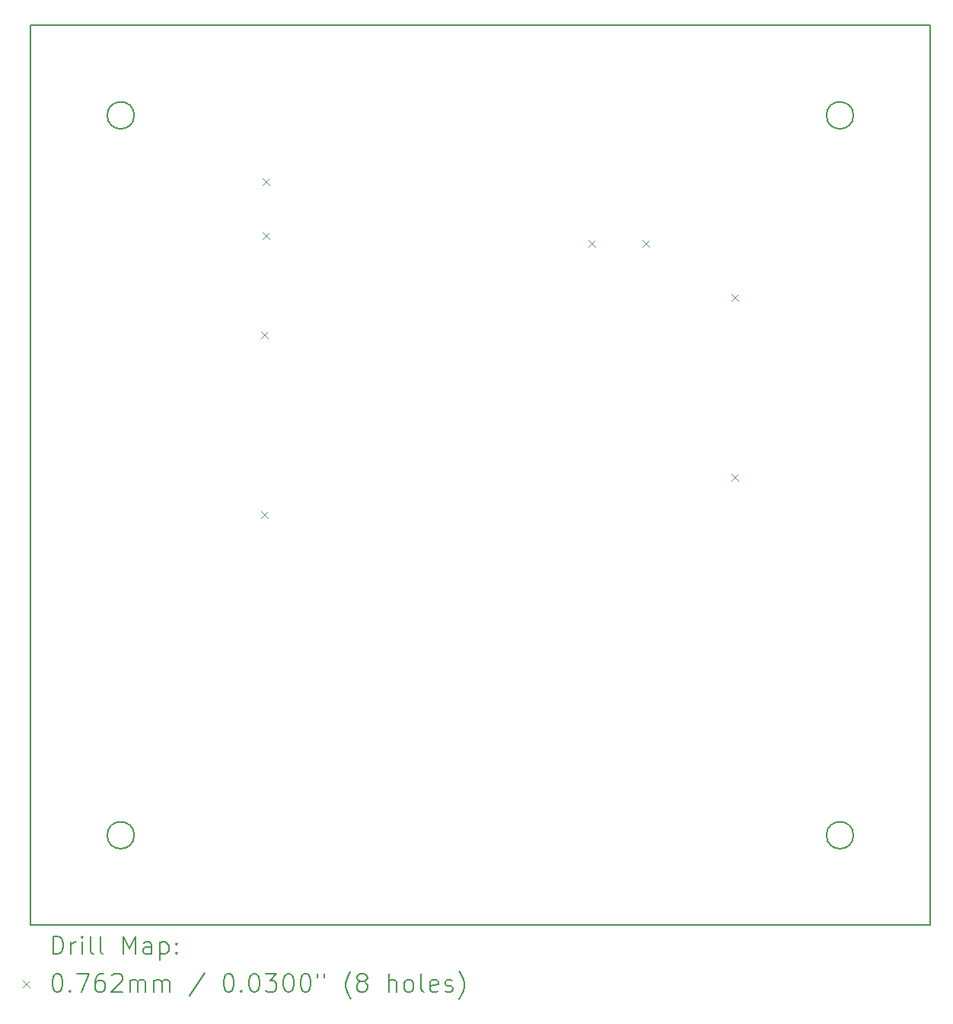
<source format=gbr>
%TF.GenerationSoftware,KiCad,Pcbnew,(6.0.7)*%
%TF.CreationDate,2022-09-05T15:15:51+08:00*%
%TF.ProjectId,6_7_2,365f375f-322e-46b6-9963-61645f706362,rev?*%
%TF.SameCoordinates,Original*%
%TF.FileFunction,Drillmap*%
%TF.FilePolarity,Positive*%
%FSLAX45Y45*%
G04 Gerber Fmt 4.5, Leading zero omitted, Abs format (unit mm)*
G04 Created by KiCad (PCBNEW (6.0.7)) date 2022-09-05 15:15:51*
%MOMM*%
%LPD*%
G01*
G04 APERTURE LIST*
%ADD10C,0.200000*%
%ADD11C,0.076200*%
G04 APERTURE END LIST*
D10*
X2350000Y-10200000D02*
G75*
G03*
X2350000Y-10200000I-150000J0D01*
G01*
X10350000Y-10200000D02*
G75*
G03*
X10350000Y-10200000I-150000J0D01*
G01*
X10350000Y-2200000D02*
G75*
G03*
X10350000Y-2200000I-150000J0D01*
G01*
X2350000Y-2200000D02*
G75*
G03*
X2350000Y-2200000I-150000J0D01*
G01*
X1200000Y-1200000D02*
X11200000Y-1200000D01*
X11200000Y-1200000D02*
X11200000Y-11200000D01*
X11200000Y-11200000D02*
X1200000Y-11200000D01*
X1200000Y-11200000D02*
X1200000Y-1200000D01*
D11*
X3760610Y-4598440D02*
X3836810Y-4674640D01*
X3836810Y-4598440D02*
X3760610Y-4674640D01*
X3760610Y-6598440D02*
X3836810Y-6674640D01*
X3836810Y-6598440D02*
X3760610Y-6674640D01*
X3778390Y-2903220D02*
X3854590Y-2979420D01*
X3854590Y-2903220D02*
X3778390Y-2979420D01*
X3778390Y-3503220D02*
X3854590Y-3579420D01*
X3854590Y-3503220D02*
X3778390Y-3579420D01*
X7405230Y-3581680D02*
X7481430Y-3657880D01*
X7481430Y-3581680D02*
X7405230Y-3657880D01*
X8005230Y-3581680D02*
X8081430Y-3657880D01*
X8081430Y-3581680D02*
X8005230Y-3657880D01*
X8998090Y-4184420D02*
X9074290Y-4260620D01*
X9074290Y-4184420D02*
X8998090Y-4260620D01*
X8998090Y-6184420D02*
X9074290Y-6260620D01*
X9074290Y-6184420D02*
X8998090Y-6260620D01*
D10*
X1447619Y-11520476D02*
X1447619Y-11320476D01*
X1495238Y-11320476D01*
X1523809Y-11330000D01*
X1542857Y-11349048D01*
X1552381Y-11368095D01*
X1561905Y-11406190D01*
X1561905Y-11434762D01*
X1552381Y-11472857D01*
X1542857Y-11491905D01*
X1523809Y-11510952D01*
X1495238Y-11520476D01*
X1447619Y-11520476D01*
X1647619Y-11520476D02*
X1647619Y-11387143D01*
X1647619Y-11425238D02*
X1657143Y-11406190D01*
X1666667Y-11396667D01*
X1685714Y-11387143D01*
X1704762Y-11387143D01*
X1771428Y-11520476D02*
X1771428Y-11387143D01*
X1771428Y-11320476D02*
X1761905Y-11330000D01*
X1771428Y-11339524D01*
X1780952Y-11330000D01*
X1771428Y-11320476D01*
X1771428Y-11339524D01*
X1895238Y-11520476D02*
X1876190Y-11510952D01*
X1866667Y-11491905D01*
X1866667Y-11320476D01*
X2000000Y-11520476D02*
X1980952Y-11510952D01*
X1971428Y-11491905D01*
X1971428Y-11320476D01*
X2228571Y-11520476D02*
X2228571Y-11320476D01*
X2295238Y-11463333D01*
X2361905Y-11320476D01*
X2361905Y-11520476D01*
X2542857Y-11520476D02*
X2542857Y-11415714D01*
X2533333Y-11396667D01*
X2514286Y-11387143D01*
X2476190Y-11387143D01*
X2457143Y-11396667D01*
X2542857Y-11510952D02*
X2523810Y-11520476D01*
X2476190Y-11520476D01*
X2457143Y-11510952D01*
X2447619Y-11491905D01*
X2447619Y-11472857D01*
X2457143Y-11453809D01*
X2476190Y-11444286D01*
X2523810Y-11444286D01*
X2542857Y-11434762D01*
X2638095Y-11387143D02*
X2638095Y-11587143D01*
X2638095Y-11396667D02*
X2657143Y-11387143D01*
X2695238Y-11387143D01*
X2714286Y-11396667D01*
X2723810Y-11406190D01*
X2733333Y-11425238D01*
X2733333Y-11482381D01*
X2723810Y-11501428D01*
X2714286Y-11510952D01*
X2695238Y-11520476D01*
X2657143Y-11520476D01*
X2638095Y-11510952D01*
X2819048Y-11501428D02*
X2828571Y-11510952D01*
X2819048Y-11520476D01*
X2809524Y-11510952D01*
X2819048Y-11501428D01*
X2819048Y-11520476D01*
X2819048Y-11396667D02*
X2828571Y-11406190D01*
X2819048Y-11415714D01*
X2809524Y-11406190D01*
X2819048Y-11396667D01*
X2819048Y-11415714D01*
D11*
X1113800Y-11811900D02*
X1190000Y-11888100D01*
X1190000Y-11811900D02*
X1113800Y-11888100D01*
D10*
X1485714Y-11740476D02*
X1504762Y-11740476D01*
X1523809Y-11750000D01*
X1533333Y-11759524D01*
X1542857Y-11778571D01*
X1552381Y-11816667D01*
X1552381Y-11864286D01*
X1542857Y-11902381D01*
X1533333Y-11921428D01*
X1523809Y-11930952D01*
X1504762Y-11940476D01*
X1485714Y-11940476D01*
X1466667Y-11930952D01*
X1457143Y-11921428D01*
X1447619Y-11902381D01*
X1438095Y-11864286D01*
X1438095Y-11816667D01*
X1447619Y-11778571D01*
X1457143Y-11759524D01*
X1466667Y-11750000D01*
X1485714Y-11740476D01*
X1638095Y-11921428D02*
X1647619Y-11930952D01*
X1638095Y-11940476D01*
X1628571Y-11930952D01*
X1638095Y-11921428D01*
X1638095Y-11940476D01*
X1714286Y-11740476D02*
X1847619Y-11740476D01*
X1761905Y-11940476D01*
X2009524Y-11740476D02*
X1971428Y-11740476D01*
X1952381Y-11750000D01*
X1942857Y-11759524D01*
X1923809Y-11788095D01*
X1914286Y-11826190D01*
X1914286Y-11902381D01*
X1923809Y-11921428D01*
X1933333Y-11930952D01*
X1952381Y-11940476D01*
X1990476Y-11940476D01*
X2009524Y-11930952D01*
X2019048Y-11921428D01*
X2028571Y-11902381D01*
X2028571Y-11854762D01*
X2019048Y-11835714D01*
X2009524Y-11826190D01*
X1990476Y-11816667D01*
X1952381Y-11816667D01*
X1933333Y-11826190D01*
X1923809Y-11835714D01*
X1914286Y-11854762D01*
X2104762Y-11759524D02*
X2114286Y-11750000D01*
X2133333Y-11740476D01*
X2180952Y-11740476D01*
X2200000Y-11750000D01*
X2209524Y-11759524D01*
X2219048Y-11778571D01*
X2219048Y-11797619D01*
X2209524Y-11826190D01*
X2095238Y-11940476D01*
X2219048Y-11940476D01*
X2304762Y-11940476D02*
X2304762Y-11807143D01*
X2304762Y-11826190D02*
X2314286Y-11816667D01*
X2333333Y-11807143D01*
X2361905Y-11807143D01*
X2380952Y-11816667D01*
X2390476Y-11835714D01*
X2390476Y-11940476D01*
X2390476Y-11835714D02*
X2400000Y-11816667D01*
X2419048Y-11807143D01*
X2447619Y-11807143D01*
X2466667Y-11816667D01*
X2476190Y-11835714D01*
X2476190Y-11940476D01*
X2571429Y-11940476D02*
X2571429Y-11807143D01*
X2571429Y-11826190D02*
X2580952Y-11816667D01*
X2600000Y-11807143D01*
X2628571Y-11807143D01*
X2647619Y-11816667D01*
X2657143Y-11835714D01*
X2657143Y-11940476D01*
X2657143Y-11835714D02*
X2666667Y-11816667D01*
X2685714Y-11807143D01*
X2714286Y-11807143D01*
X2733333Y-11816667D01*
X2742857Y-11835714D01*
X2742857Y-11940476D01*
X3133333Y-11730952D02*
X2961905Y-11988095D01*
X3390476Y-11740476D02*
X3409524Y-11740476D01*
X3428571Y-11750000D01*
X3438095Y-11759524D01*
X3447619Y-11778571D01*
X3457143Y-11816667D01*
X3457143Y-11864286D01*
X3447619Y-11902381D01*
X3438095Y-11921428D01*
X3428571Y-11930952D01*
X3409524Y-11940476D01*
X3390476Y-11940476D01*
X3371428Y-11930952D01*
X3361905Y-11921428D01*
X3352381Y-11902381D01*
X3342857Y-11864286D01*
X3342857Y-11816667D01*
X3352381Y-11778571D01*
X3361905Y-11759524D01*
X3371428Y-11750000D01*
X3390476Y-11740476D01*
X3542857Y-11921428D02*
X3552381Y-11930952D01*
X3542857Y-11940476D01*
X3533333Y-11930952D01*
X3542857Y-11921428D01*
X3542857Y-11940476D01*
X3676190Y-11740476D02*
X3695238Y-11740476D01*
X3714286Y-11750000D01*
X3723809Y-11759524D01*
X3733333Y-11778571D01*
X3742857Y-11816667D01*
X3742857Y-11864286D01*
X3733333Y-11902381D01*
X3723809Y-11921428D01*
X3714286Y-11930952D01*
X3695238Y-11940476D01*
X3676190Y-11940476D01*
X3657143Y-11930952D01*
X3647619Y-11921428D01*
X3638095Y-11902381D01*
X3628571Y-11864286D01*
X3628571Y-11816667D01*
X3638095Y-11778571D01*
X3647619Y-11759524D01*
X3657143Y-11750000D01*
X3676190Y-11740476D01*
X3809524Y-11740476D02*
X3933333Y-11740476D01*
X3866667Y-11816667D01*
X3895238Y-11816667D01*
X3914286Y-11826190D01*
X3923809Y-11835714D01*
X3933333Y-11854762D01*
X3933333Y-11902381D01*
X3923809Y-11921428D01*
X3914286Y-11930952D01*
X3895238Y-11940476D01*
X3838095Y-11940476D01*
X3819048Y-11930952D01*
X3809524Y-11921428D01*
X4057143Y-11740476D02*
X4076190Y-11740476D01*
X4095238Y-11750000D01*
X4104762Y-11759524D01*
X4114286Y-11778571D01*
X4123809Y-11816667D01*
X4123809Y-11864286D01*
X4114286Y-11902381D01*
X4104762Y-11921428D01*
X4095238Y-11930952D01*
X4076190Y-11940476D01*
X4057143Y-11940476D01*
X4038095Y-11930952D01*
X4028571Y-11921428D01*
X4019048Y-11902381D01*
X4009524Y-11864286D01*
X4009524Y-11816667D01*
X4019048Y-11778571D01*
X4028571Y-11759524D01*
X4038095Y-11750000D01*
X4057143Y-11740476D01*
X4247619Y-11740476D02*
X4266667Y-11740476D01*
X4285714Y-11750000D01*
X4295238Y-11759524D01*
X4304762Y-11778571D01*
X4314286Y-11816667D01*
X4314286Y-11864286D01*
X4304762Y-11902381D01*
X4295238Y-11921428D01*
X4285714Y-11930952D01*
X4266667Y-11940476D01*
X4247619Y-11940476D01*
X4228571Y-11930952D01*
X4219048Y-11921428D01*
X4209524Y-11902381D01*
X4200000Y-11864286D01*
X4200000Y-11816667D01*
X4209524Y-11778571D01*
X4219048Y-11759524D01*
X4228571Y-11750000D01*
X4247619Y-11740476D01*
X4390476Y-11740476D02*
X4390476Y-11778571D01*
X4466667Y-11740476D02*
X4466667Y-11778571D01*
X4761905Y-12016667D02*
X4752381Y-12007143D01*
X4733333Y-11978571D01*
X4723810Y-11959524D01*
X4714286Y-11930952D01*
X4704762Y-11883333D01*
X4704762Y-11845238D01*
X4714286Y-11797619D01*
X4723810Y-11769048D01*
X4733333Y-11750000D01*
X4752381Y-11721428D01*
X4761905Y-11711905D01*
X4866667Y-11826190D02*
X4847619Y-11816667D01*
X4838095Y-11807143D01*
X4828571Y-11788095D01*
X4828571Y-11778571D01*
X4838095Y-11759524D01*
X4847619Y-11750000D01*
X4866667Y-11740476D01*
X4904762Y-11740476D01*
X4923810Y-11750000D01*
X4933333Y-11759524D01*
X4942857Y-11778571D01*
X4942857Y-11788095D01*
X4933333Y-11807143D01*
X4923810Y-11816667D01*
X4904762Y-11826190D01*
X4866667Y-11826190D01*
X4847619Y-11835714D01*
X4838095Y-11845238D01*
X4828571Y-11864286D01*
X4828571Y-11902381D01*
X4838095Y-11921428D01*
X4847619Y-11930952D01*
X4866667Y-11940476D01*
X4904762Y-11940476D01*
X4923810Y-11930952D01*
X4933333Y-11921428D01*
X4942857Y-11902381D01*
X4942857Y-11864286D01*
X4933333Y-11845238D01*
X4923810Y-11835714D01*
X4904762Y-11826190D01*
X5180952Y-11940476D02*
X5180952Y-11740476D01*
X5266667Y-11940476D02*
X5266667Y-11835714D01*
X5257143Y-11816667D01*
X5238095Y-11807143D01*
X5209524Y-11807143D01*
X5190476Y-11816667D01*
X5180952Y-11826190D01*
X5390476Y-11940476D02*
X5371429Y-11930952D01*
X5361905Y-11921428D01*
X5352381Y-11902381D01*
X5352381Y-11845238D01*
X5361905Y-11826190D01*
X5371429Y-11816667D01*
X5390476Y-11807143D01*
X5419048Y-11807143D01*
X5438095Y-11816667D01*
X5447619Y-11826190D01*
X5457143Y-11845238D01*
X5457143Y-11902381D01*
X5447619Y-11921428D01*
X5438095Y-11930952D01*
X5419048Y-11940476D01*
X5390476Y-11940476D01*
X5571429Y-11940476D02*
X5552381Y-11930952D01*
X5542857Y-11911905D01*
X5542857Y-11740476D01*
X5723809Y-11930952D02*
X5704762Y-11940476D01*
X5666667Y-11940476D01*
X5647619Y-11930952D01*
X5638095Y-11911905D01*
X5638095Y-11835714D01*
X5647619Y-11816667D01*
X5666667Y-11807143D01*
X5704762Y-11807143D01*
X5723809Y-11816667D01*
X5733333Y-11835714D01*
X5733333Y-11854762D01*
X5638095Y-11873809D01*
X5809524Y-11930952D02*
X5828571Y-11940476D01*
X5866667Y-11940476D01*
X5885714Y-11930952D01*
X5895238Y-11911905D01*
X5895238Y-11902381D01*
X5885714Y-11883333D01*
X5866667Y-11873809D01*
X5838095Y-11873809D01*
X5819048Y-11864286D01*
X5809524Y-11845238D01*
X5809524Y-11835714D01*
X5819048Y-11816667D01*
X5838095Y-11807143D01*
X5866667Y-11807143D01*
X5885714Y-11816667D01*
X5961905Y-12016667D02*
X5971428Y-12007143D01*
X5990476Y-11978571D01*
X6000000Y-11959524D01*
X6009524Y-11930952D01*
X6019048Y-11883333D01*
X6019048Y-11845238D01*
X6009524Y-11797619D01*
X6000000Y-11769048D01*
X5990476Y-11750000D01*
X5971428Y-11721428D01*
X5961905Y-11711905D01*
M02*

</source>
